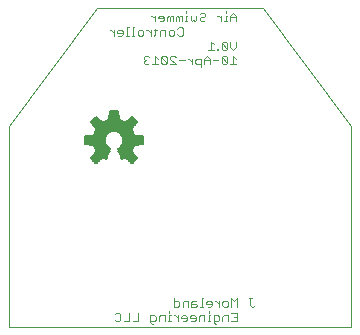
<source format=gbo>
G75*
G70*
%OFA0B0*%
%FSLAX24Y24*%
%IPPOS*%
%LPD*%
%AMOC8*
5,1,8,0,0,1.08239X$1,22.5*
%
%ADD10C,0.0040*%
%ADD11C,0.0004*%
%ADD12C,0.0059*%
D10*
X006725Y000569D02*
X006678Y000616D01*
X006725Y000569D02*
X006818Y000569D01*
X006865Y000616D01*
X006865Y000803D01*
X006818Y000850D01*
X006725Y000850D01*
X006678Y000803D01*
X006973Y000569D02*
X007159Y000569D01*
X007159Y000850D01*
X007454Y000850D02*
X007454Y000569D01*
X007267Y000569D01*
X007857Y000569D02*
X007997Y000569D01*
X008043Y000616D01*
X008043Y000710D01*
X007997Y000756D01*
X007857Y000756D01*
X007857Y000523D01*
X007903Y000476D01*
X007950Y000476D01*
X008151Y000569D02*
X008151Y000710D01*
X008198Y000756D01*
X008338Y000756D01*
X008338Y000569D01*
X008441Y000569D02*
X008535Y000569D01*
X008488Y000569D02*
X008488Y000756D01*
X008535Y000756D01*
X008488Y000850D02*
X008488Y000896D01*
X008640Y000756D02*
X008687Y000756D01*
X008780Y000663D01*
X008780Y000756D02*
X008780Y000569D01*
X008888Y000663D02*
X009075Y000663D01*
X009075Y000710D02*
X009028Y000756D01*
X008935Y000756D01*
X008888Y000710D01*
X008888Y000663D01*
X008935Y000569D02*
X009028Y000569D01*
X009075Y000616D01*
X009075Y000710D01*
X009183Y000710D02*
X009183Y000663D01*
X009369Y000663D01*
X009369Y000710D02*
X009323Y000756D01*
X009229Y000756D01*
X009183Y000710D01*
X009229Y000569D02*
X009323Y000569D01*
X009369Y000616D01*
X009369Y000710D01*
X009477Y000710D02*
X009477Y000569D01*
X009477Y000710D02*
X009524Y000756D01*
X009664Y000756D01*
X009664Y000569D01*
X009767Y000569D02*
X009860Y000569D01*
X009814Y000569D02*
X009814Y000756D01*
X009860Y000756D01*
X009814Y000850D02*
X009814Y000896D01*
X009769Y001049D02*
X009863Y001049D01*
X009910Y001096D01*
X009910Y001190D01*
X009863Y001236D01*
X009769Y001236D01*
X009723Y001190D01*
X009723Y001143D01*
X009910Y001143D01*
X010015Y001236D02*
X010062Y001236D01*
X010155Y001143D01*
X010155Y001236D02*
X010155Y001049D01*
X010263Y001096D02*
X010263Y001190D01*
X010310Y001236D01*
X010403Y001236D01*
X010450Y001190D01*
X010450Y001096D01*
X010403Y001049D01*
X010310Y001049D01*
X010263Y001096D01*
X010558Y001049D02*
X010558Y001330D01*
X010651Y001236D01*
X010744Y001330D01*
X010744Y001049D01*
X010744Y000850D02*
X010558Y000850D01*
X010450Y000756D02*
X010310Y000756D01*
X010263Y000710D01*
X010263Y000569D01*
X010155Y000616D02*
X010155Y000710D01*
X010108Y000756D01*
X009968Y000756D01*
X009968Y000523D01*
X010015Y000476D01*
X010062Y000476D01*
X010108Y000569D02*
X009968Y000569D01*
X010108Y000569D02*
X010155Y000616D01*
X010450Y000569D02*
X010450Y000756D01*
X010651Y000710D02*
X010744Y000710D01*
X010744Y000850D02*
X010744Y000569D01*
X010558Y000569D01*
X011194Y001096D02*
X011194Y001330D01*
X011240Y001330D02*
X011147Y001330D01*
X011194Y001096D02*
X011240Y001049D01*
X011287Y001049D01*
X011334Y001096D01*
X009615Y001049D02*
X009522Y001049D01*
X009568Y001049D02*
X009568Y001330D01*
X009615Y001330D01*
X009372Y001236D02*
X009278Y001236D01*
X009232Y001190D01*
X009232Y001049D01*
X009372Y001049D01*
X009418Y001096D01*
X009372Y001143D01*
X009232Y001143D01*
X009124Y001236D02*
X009124Y001049D01*
X008937Y001049D02*
X008937Y001190D01*
X008984Y001236D01*
X009124Y001236D01*
X008829Y001190D02*
X008829Y001096D01*
X008782Y001049D01*
X008642Y001049D01*
X008642Y001330D01*
X008642Y001236D02*
X008782Y001236D01*
X008829Y001190D01*
X009541Y009027D02*
X009541Y009307D01*
X009401Y009307D01*
X009354Y009260D01*
X009354Y009167D01*
X009401Y009120D01*
X009541Y009120D01*
X009649Y009120D02*
X009649Y009307D01*
X009742Y009400D01*
X009836Y009307D01*
X009836Y009120D01*
X009836Y009260D02*
X009649Y009260D01*
X009943Y009260D02*
X010130Y009260D01*
X010238Y009167D02*
X010285Y009120D01*
X010378Y009120D01*
X010425Y009167D01*
X010238Y009354D01*
X010238Y009167D01*
X010425Y009167D02*
X010425Y009354D01*
X010378Y009400D01*
X010285Y009400D01*
X010238Y009354D01*
X010285Y009600D02*
X010378Y009600D01*
X010425Y009647D01*
X010238Y009834D01*
X010238Y009647D01*
X010285Y009600D01*
X010425Y009647D02*
X010425Y009834D01*
X010378Y009880D01*
X010285Y009880D01*
X010238Y009834D01*
X010130Y009647D02*
X010084Y009647D01*
X010084Y009600D01*
X010130Y009600D01*
X010130Y009647D01*
X009983Y009600D02*
X009796Y009600D01*
X009889Y009600D02*
X009889Y009880D01*
X009983Y009787D01*
X010533Y009693D02*
X010533Y009880D01*
X010720Y009880D02*
X010720Y009693D01*
X010626Y009600D01*
X010533Y009693D01*
X010626Y009400D02*
X010626Y009120D01*
X010533Y009120D02*
X010720Y009120D01*
X010720Y009307D02*
X010626Y009400D01*
X009246Y009307D02*
X009246Y009120D01*
X009246Y009213D02*
X009153Y009307D01*
X009106Y009307D01*
X009001Y009260D02*
X008814Y009260D01*
X008706Y009354D02*
X008659Y009400D01*
X008566Y009400D01*
X008519Y009354D01*
X008519Y009307D01*
X008706Y009120D01*
X008519Y009120D01*
X008411Y009167D02*
X008225Y009354D01*
X008225Y009167D01*
X008271Y009120D01*
X008365Y009120D01*
X008411Y009167D01*
X008411Y009354D01*
X008365Y009400D01*
X008271Y009400D01*
X008225Y009354D01*
X008117Y009307D02*
X008023Y009400D01*
X008023Y009120D01*
X007930Y009120D02*
X008117Y009120D01*
X007822Y009167D02*
X007775Y009120D01*
X007682Y009120D01*
X007635Y009167D01*
X007635Y009213D01*
X007682Y009260D01*
X007729Y009260D01*
X007682Y009260D02*
X007635Y009307D01*
X007635Y009354D01*
X007682Y009400D01*
X007775Y009400D01*
X007822Y009354D01*
X007871Y010080D02*
X007871Y010267D01*
X007778Y010267D02*
X007871Y010173D01*
X007778Y010267D02*
X007731Y010267D01*
X007626Y010220D02*
X007626Y010127D01*
X007579Y010080D01*
X007486Y010080D01*
X007439Y010127D01*
X007439Y010220D01*
X007486Y010267D01*
X007579Y010267D01*
X007626Y010220D01*
X007331Y010080D02*
X007238Y010080D01*
X007284Y010080D02*
X007284Y010360D01*
X007331Y010360D01*
X007135Y010360D02*
X007088Y010360D01*
X007088Y010080D01*
X007135Y010080D02*
X007041Y010080D01*
X006938Y010127D02*
X006938Y010220D01*
X006891Y010267D01*
X006798Y010267D01*
X006751Y010220D01*
X006751Y010173D01*
X006938Y010173D01*
X006938Y010127D02*
X006891Y010080D01*
X006798Y010080D01*
X006643Y010080D02*
X006643Y010267D01*
X006550Y010267D02*
X006643Y010173D01*
X006550Y010267D02*
X006503Y010267D01*
X007878Y010747D02*
X007925Y010747D01*
X008019Y010653D01*
X008019Y010560D02*
X008019Y010747D01*
X008126Y010700D02*
X008126Y010653D01*
X008313Y010653D01*
X008313Y010607D02*
X008313Y010700D01*
X008266Y010747D01*
X008173Y010747D01*
X008126Y010700D01*
X008173Y010560D02*
X008266Y010560D01*
X008313Y010607D01*
X008421Y010560D02*
X008421Y010700D01*
X008468Y010747D01*
X008514Y010700D01*
X008514Y010560D01*
X008608Y010560D02*
X008608Y010747D01*
X008561Y010747D01*
X008514Y010700D01*
X008716Y010700D02*
X008716Y010560D01*
X008809Y010560D02*
X008809Y010700D01*
X008762Y010747D01*
X008716Y010700D01*
X008809Y010700D02*
X008856Y010747D01*
X008902Y010747D01*
X008902Y010560D01*
X009006Y010560D02*
X009099Y010560D01*
X009052Y010560D02*
X009052Y010747D01*
X009099Y010747D01*
X009052Y010840D02*
X009052Y010887D01*
X009207Y010747D02*
X009207Y010607D01*
X009253Y010560D01*
X009300Y010607D01*
X009347Y010560D01*
X009394Y010607D01*
X009394Y010747D01*
X009501Y010794D02*
X009548Y010840D01*
X009642Y010840D01*
X009688Y010794D01*
X009688Y010747D01*
X009642Y010700D01*
X009548Y010700D01*
X009501Y010653D01*
X009501Y010607D01*
X009548Y010560D01*
X009642Y010560D01*
X009688Y010607D01*
X010088Y010747D02*
X010135Y010747D01*
X010228Y010653D01*
X010228Y010560D02*
X010228Y010747D01*
X010378Y010747D02*
X010378Y010560D01*
X010425Y010560D02*
X010331Y010560D01*
X010378Y010747D02*
X010425Y010747D01*
X010378Y010840D02*
X010378Y010887D01*
X010533Y010747D02*
X010533Y010560D01*
X010533Y010700D02*
X010720Y010700D01*
X010720Y010747D02*
X010626Y010840D01*
X010533Y010747D01*
X010720Y010747D02*
X010720Y010560D01*
X008952Y010314D02*
X008952Y010127D01*
X008905Y010080D01*
X008811Y010080D01*
X008765Y010127D01*
X008657Y010127D02*
X008657Y010220D01*
X008610Y010267D01*
X008517Y010267D01*
X008470Y010220D01*
X008470Y010127D01*
X008517Y010080D01*
X008610Y010080D01*
X008657Y010127D01*
X008362Y010080D02*
X008362Y010267D01*
X008222Y010267D01*
X008175Y010220D01*
X008175Y010080D01*
X008021Y010127D02*
X007974Y010080D01*
X008021Y010127D02*
X008021Y010314D01*
X008068Y010267D02*
X007974Y010267D01*
X008765Y010314D02*
X008811Y010360D01*
X008905Y010360D01*
X008952Y010314D01*
D11*
X014555Y000371D02*
X003138Y000371D01*
X003138Y007064D01*
X006090Y011001D01*
X011602Y011001D01*
X014555Y007064D01*
X014555Y000371D01*
D12*
X007425Y005994D02*
X007255Y005824D01*
X007008Y006026D01*
X006908Y005975D01*
X006767Y006316D01*
X006820Y006344D01*
X006867Y006382D01*
X006905Y006429D01*
X006934Y006482D01*
X006951Y006540D01*
X006957Y006600D01*
X006951Y006663D01*
X006931Y006723D01*
X006900Y006778D01*
X006859Y006825D01*
X006808Y006863D01*
X006751Y006890D01*
X006690Y006905D01*
X006627Y006907D01*
X006564Y006896D01*
X006506Y006872D01*
X006453Y006837D01*
X006409Y006792D01*
X006375Y006739D01*
X006352Y006680D01*
X006342Y006617D01*
X006345Y006554D01*
X006361Y006493D01*
X006389Y006436D01*
X006428Y006387D01*
X006476Y006346D01*
X006532Y006316D01*
X006391Y005975D01*
X006291Y006026D01*
X006044Y005824D01*
X005874Y005994D01*
X006076Y006241D01*
X006024Y006341D01*
X005990Y006448D01*
X005673Y006480D01*
X005673Y006720D01*
X005990Y006752D01*
X006024Y006859D01*
X006076Y006959D01*
X005874Y007206D01*
X006044Y007376D01*
X006291Y007174D01*
X006391Y007225D01*
X006497Y007259D01*
X006530Y007577D01*
X006769Y007577D01*
X006802Y007259D01*
X006908Y007225D01*
X007008Y007174D01*
X007255Y007376D01*
X007425Y007206D01*
X007223Y006959D01*
X007275Y006859D01*
X007309Y006752D01*
X007626Y006720D01*
X007626Y006480D01*
X007309Y006448D01*
X007275Y006341D01*
X007223Y006241D01*
X007425Y005994D01*
X007407Y006017D02*
X007020Y006017D01*
X006990Y006017D02*
X006891Y006017D01*
X006867Y006074D02*
X007360Y006074D01*
X007313Y006132D02*
X006843Y006132D01*
X006820Y006189D02*
X007266Y006189D01*
X007226Y006247D02*
X006796Y006247D01*
X006772Y006305D02*
X007256Y006305D01*
X007281Y006362D02*
X006842Y006362D01*
X006898Y006420D02*
X007300Y006420D01*
X007599Y006477D02*
X006931Y006477D01*
X006950Y006535D02*
X007626Y006535D01*
X007626Y006592D02*
X006956Y006592D01*
X006952Y006650D02*
X007626Y006650D01*
X007626Y006707D02*
X006936Y006707D01*
X006908Y006765D02*
X007305Y006765D01*
X007286Y006823D02*
X006861Y006823D01*
X006773Y006880D02*
X007264Y006880D01*
X007234Y006938D02*
X006065Y006938D01*
X006046Y006995D02*
X007253Y006995D01*
X007300Y007053D02*
X005999Y007053D01*
X005952Y007110D02*
X007347Y007110D01*
X007394Y007168D02*
X005905Y007168D01*
X005893Y007225D02*
X006228Y007225D01*
X006157Y007283D02*
X005951Y007283D01*
X006009Y007341D02*
X006086Y007341D01*
X006392Y007225D02*
X006907Y007225D01*
X006799Y007283D02*
X006500Y007283D01*
X006506Y007341D02*
X006793Y007341D01*
X006788Y007398D02*
X006511Y007398D01*
X006517Y007456D02*
X006782Y007456D01*
X006776Y007513D02*
X006523Y007513D01*
X006529Y007571D02*
X006770Y007571D01*
X007071Y007225D02*
X007406Y007225D01*
X007348Y007283D02*
X007142Y007283D01*
X007213Y007341D02*
X007290Y007341D01*
X006526Y006880D02*
X006035Y006880D01*
X006013Y006823D02*
X006439Y006823D01*
X006392Y006765D02*
X005994Y006765D01*
X005673Y006707D02*
X006363Y006707D01*
X006348Y006650D02*
X005673Y006650D01*
X005673Y006592D02*
X006344Y006592D01*
X006350Y006535D02*
X005673Y006535D01*
X005700Y006477D02*
X006369Y006477D01*
X006402Y006420D02*
X005999Y006420D01*
X006018Y006362D02*
X006457Y006362D01*
X006527Y006305D02*
X006043Y006305D01*
X006073Y006247D02*
X006503Y006247D01*
X006479Y006189D02*
X006033Y006189D01*
X005986Y006132D02*
X006456Y006132D01*
X006432Y006074D02*
X005939Y006074D01*
X005893Y006017D02*
X006280Y006017D01*
X006309Y006017D02*
X006408Y006017D01*
X006209Y005959D02*
X005909Y005959D01*
X005966Y005902D02*
X006138Y005902D01*
X006068Y005844D02*
X006024Y005844D01*
X007090Y005959D02*
X007390Y005959D01*
X007333Y005902D02*
X007161Y005902D01*
X007231Y005844D02*
X007275Y005844D01*
M02*

</source>
